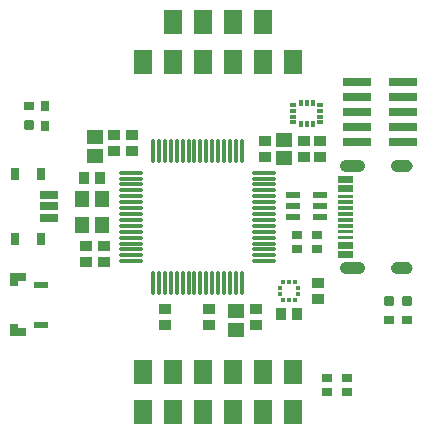
<source format=gtp>
%TF.GenerationSoftware,Altium Limited,Altium Designer,25.6.2 (33)*%
G04 Layer_Color=8421504*
%FSLAX45Y45*%
%MOMM*%
%TF.SameCoordinates,DF3DBB3C-48A9-464C-9951-F34C30E37C37*%
%TF.FilePolarity,Positive*%
%TF.FileFunction,Paste,Top*%
%TF.Part,Single*%
G01*
G75*
%TA.AperFunction,SMDPad,CuDef*%
%ADD10R,2.40000X0.76000*%
%ADD11R,0.60000X0.30000*%
%ADD12R,0.30000X0.60000*%
%ADD13R,1.50000X2.00000*%
%ADD15R,1.00000X0.90000*%
%ADD16R,0.90000X0.80000*%
G04:AMPARAMS|DCode=17|XSize=0.38mm|YSize=0.35mm|CornerRadius=0.01575mm|HoleSize=0mm|Usage=FLASHONLY|Rotation=270.000|XOffset=0mm|YOffset=0mm|HoleType=Round|Shape=RoundedRectangle|*
%AMROUNDEDRECTD17*
21,1,0.38000,0.31850,0,0,270.0*
21,1,0.34850,0.35000,0,0,270.0*
1,1,0.03150,-0.15925,-0.17425*
1,1,0.03150,-0.15925,0.17425*
1,1,0.03150,0.15925,0.17425*
1,1,0.03150,0.15925,-0.17425*
%
%ADD17ROUNDEDRECTD17*%
%ADD18R,1.20000X0.60000*%
%ADD19R,1.40000X1.30000*%
%ADD20R,0.90000X1.00000*%
%ADD21O,0.30000X2.10000*%
%ADD22O,2.10000X0.30000*%
%ADD23R,1.20000X1.40000*%
%ADD24R,0.80000X0.90000*%
%ADD25R,1.20000X0.60000*%
%TA.AperFunction,ConnectorPad*%
%ADD26R,1.50000X0.70000*%
%TA.AperFunction,SMDPad,CuDef*%
G04:AMPARAMS|DCode=27|XSize=0.8mm|YSize=0.9mm|CornerRadius=0.2mm|HoleSize=0mm|Usage=FLASHONLY|Rotation=270.000|XOffset=0mm|YOffset=0mm|HoleType=Round|Shape=RoundedRectangle|*
%AMROUNDEDRECTD27*
21,1,0.80000,0.50000,0,0,270.0*
21,1,0.40000,0.90000,0,0,270.0*
1,1,0.40000,-0.25000,-0.20000*
1,1,0.40000,-0.25000,0.20000*
1,1,0.40000,0.25000,0.20000*
1,1,0.40000,0.25000,-0.20000*
%
%ADD27ROUNDEDRECTD27*%
%ADD28R,0.90000X0.80000*%
%TA.AperFunction,ConnectorPad*%
%ADD29R,0.80000X1.00000*%
G36*
X5024095Y3356946D02*
X5026579Y3356763D01*
X5029053Y3356451D01*
X5031509Y3356017D01*
X5033940Y3355463D01*
X5036338Y3354787D01*
X5038702Y3353995D01*
X5041021Y3353085D01*
X5043295Y3352059D01*
X5045515Y3350924D01*
X5047669Y3349672D01*
X5049769Y3348323D01*
X5051791Y3346868D01*
X5053739Y3345316D01*
X5055606Y3343660D01*
X5057394Y3341925D01*
X5059088Y3340096D01*
X5060689Y3338183D01*
X5062197Y3336194D01*
X5063602Y3334135D01*
X5064902Y3332014D01*
X5066091Y3329822D01*
X5067176Y3327576D01*
X5068141Y3325278D01*
X5068997Y3322931D01*
X5069728Y3320548D01*
X5070346Y3318138D01*
X5070841Y3315694D01*
X5071212Y3313228D01*
X5071458Y3310749D01*
X5071585Y3308254D01*
Y3305765D01*
X5071458Y3303276D01*
X5071212Y3300795D01*
X5070841Y3298331D01*
X5070346Y3295887D01*
X5069728Y3293469D01*
X5068997Y3291089D01*
X5068141Y3288742D01*
X5067176Y3286446D01*
X5066091Y3284196D01*
X5064902Y3282014D01*
X5063602Y3279885D01*
X5062197Y3277823D01*
X5060689Y3275836D01*
X5059088Y3273924D01*
X5057394Y3272100D01*
X5055606Y3270360D01*
X5053739Y3268704D01*
X5051791Y3267155D01*
X5049769Y3265694D01*
X5047669Y3264346D01*
X5045515Y3263101D01*
X5043295Y3261960D01*
X5041021Y3260939D01*
X5038702Y3260028D01*
X5036338Y3259230D01*
X5033940Y3258557D01*
X5031509Y3258003D01*
X5029053Y3257569D01*
X5026579Y3257261D01*
X5024095Y3257071D01*
X5021601Y3257013D01*
X4941598D01*
X4939106Y3257071D01*
X4936622Y3257261D01*
X4934146Y3257569D01*
X4931690Y3258003D01*
X4929261Y3258557D01*
X4926864Y3259230D01*
X4924499Y3260028D01*
X4922177Y3260939D01*
X4919904Y3261960D01*
X4917687Y3263101D01*
X4915525Y3264346D01*
X4913432Y3265694D01*
X4911408Y3267155D01*
X4909460Y3268704D01*
X4907588Y3270360D01*
X4905805Y3272100D01*
X4904113Y3273924D01*
X4902505Y3275836D01*
X4901001Y3277823D01*
X4899597Y3279885D01*
X4898296Y3282014D01*
X4897102Y3284196D01*
X4896023Y3286446D01*
X4895053Y3288742D01*
X4894202Y3291089D01*
X4893465Y3293469D01*
X4892853Y3295887D01*
X4892358Y3298331D01*
X4891989Y3300795D01*
X4891735Y3303276D01*
X4891614Y3305765D01*
Y3308254D01*
X4891735Y3310749D01*
X4891989Y3313228D01*
X4892358Y3315694D01*
X4892853Y3318138D01*
X4893465Y3320548D01*
X4894202Y3322931D01*
X4895053Y3325278D01*
X4896023Y3327576D01*
X4897102Y3329822D01*
X4898296Y3332014D01*
X4899597Y3334135D01*
X4901001Y3336194D01*
X4902505Y3338183D01*
X4904113Y3340096D01*
X4905805Y3341925D01*
X4907588Y3343660D01*
X4909460Y3345316D01*
X4911408Y3346868D01*
X4913432Y3348323D01*
X4915525Y3349672D01*
X4917687Y3350924D01*
X4919904Y3352059D01*
X4922177Y3353085D01*
X4924499Y3353995D01*
X4926864Y3354787D01*
X4929261Y3355463D01*
X4931690Y3356017D01*
X4934146Y3356451D01*
X4936622Y3356763D01*
X4939106Y3356946D01*
X4941598Y3357010D01*
X5021601D01*
X5024095Y3356946D01*
D02*
G37*
G36*
X4621083D02*
X4623572Y3356763D01*
X4626049Y3356451D01*
X4628500Y3356017D01*
X4630928Y3355463D01*
X4633331Y3354787D01*
X4635696Y3353995D01*
X4638015Y3353085D01*
X4640291Y3352059D01*
X4642503Y3350924D01*
X4644662Y3349672D01*
X4646758Y3348323D01*
X4648784Y3346868D01*
X4650735Y3345316D01*
X4652600Y3343660D01*
X4654390Y3341925D01*
X4656082Y3340096D01*
X4657682Y3338183D01*
X4659188Y3336194D01*
X4660593Y3334135D01*
X4661896Y3332014D01*
X4663087Y3329822D01*
X4664172Y3327576D01*
X4665137Y3325278D01*
X4665990Y3322931D01*
X4666724Y3320548D01*
X4667342Y3318138D01*
X4667834Y3315694D01*
X4668205Y3313228D01*
X4668452Y3310749D01*
X4668576Y3308254D01*
Y3305765D01*
X4668452Y3303276D01*
X4668205Y3300795D01*
X4667834Y3298331D01*
X4667342Y3295887D01*
X4666724Y3293469D01*
X4665990Y3291089D01*
X4665137Y3288742D01*
X4664172Y3286446D01*
X4663087Y3284196D01*
X4661896Y3282014D01*
X4660593Y3279885D01*
X4659188Y3277823D01*
X4657682Y3275836D01*
X4656082Y3273924D01*
X4654390Y3272100D01*
X4652600Y3270360D01*
X4650735Y3268704D01*
X4648784Y3267155D01*
X4646758Y3265694D01*
X4644662Y3264346D01*
X4642503Y3263101D01*
X4640291Y3261960D01*
X4638015Y3260939D01*
X4635696Y3260028D01*
X4633331Y3259230D01*
X4630928Y3258557D01*
X4628500Y3258003D01*
X4626049Y3257569D01*
X4623572Y3257261D01*
X4621083Y3257071D01*
X4618594Y3257013D01*
X4508592D01*
X4506097Y3257071D01*
X4503613Y3257261D01*
X4501139Y3257569D01*
X4498681Y3258003D01*
X4496252Y3258557D01*
X4493855Y3259230D01*
X4491490Y3260028D01*
X4489171Y3260939D01*
X4486898Y3261960D01*
X4484678Y3263101D01*
X4482519Y3264346D01*
X4480423Y3265694D01*
X4478401Y3267155D01*
X4476453Y3268704D01*
X4474581Y3270360D01*
X4472798Y3272100D01*
X4471104Y3273924D01*
X4469504Y3275836D01*
X4467992Y3277823D01*
X4466588Y3279885D01*
X4465290Y3282014D01*
X4464101Y3284196D01*
X4463016Y3286446D01*
X4462051Y3288742D01*
X4461195Y3291089D01*
X4460464Y3293469D01*
X4459844Y3295887D01*
X4459351Y3298331D01*
X4458980Y3300795D01*
X4458729Y3303276D01*
X4458604Y3305765D01*
Y3308254D01*
X4458729Y3310749D01*
X4458980Y3313228D01*
X4459351Y3315694D01*
X4459844Y3318138D01*
X4460464Y3320548D01*
X4461195Y3322931D01*
X4462051Y3325278D01*
X4463016Y3327576D01*
X4464101Y3329822D01*
X4465290Y3332014D01*
X4466588Y3334135D01*
X4467992Y3336194D01*
X4469504Y3338183D01*
X4471104Y3340096D01*
X4472798Y3341925D01*
X4474581Y3343660D01*
X4476453Y3345316D01*
X4478401Y3346868D01*
X4480423Y3348323D01*
X4482519Y3349672D01*
X4484678Y3350924D01*
X4486898Y3352059D01*
X4489171Y3353085D01*
X4491490Y3353995D01*
X4493855Y3354787D01*
X4496252Y3355463D01*
X4498681Y3356017D01*
X4501139Y3356451D01*
X4503613Y3356763D01*
X4506097Y3356946D01*
X4508592Y3357010D01*
X4618594D01*
X4621083Y3356946D01*
D02*
G37*
G36*
X4563613Y3165011D02*
X4439610D01*
Y3225011D01*
X4563613D01*
Y3165011D01*
D02*
G37*
G36*
Y3085009D02*
X4439610D01*
Y3145011D01*
X4563613D01*
Y3085009D01*
D02*
G37*
G36*
Y3035009D02*
X4439610D01*
Y3065009D01*
X4563613D01*
Y3035009D01*
D02*
G37*
G36*
Y2985009D02*
X4439610D01*
Y3015009D01*
X4563613D01*
Y2985009D01*
D02*
G37*
G36*
Y2935009D02*
X4439610D01*
Y2965009D01*
X4563613D01*
Y2935009D01*
D02*
G37*
G36*
Y2885017D02*
X4439610D01*
Y2915012D01*
X4563613D01*
Y2885017D01*
D02*
G37*
G36*
Y2835017D02*
X4439610D01*
Y2865017D01*
X4563613D01*
Y2835017D01*
D02*
G37*
G36*
Y2785012D02*
X4439610D01*
Y2815017D01*
X4563613D01*
Y2785012D01*
D02*
G37*
G36*
Y2735012D02*
X4439610D01*
Y2765015D01*
X4563613D01*
Y2735012D01*
D02*
G37*
G36*
Y2685012D02*
X4439610D01*
Y2715015D01*
X4563613D01*
Y2685012D01*
D02*
G37*
G36*
Y2605010D02*
X4439610D01*
Y2665015D01*
X4563613D01*
Y2605010D01*
D02*
G37*
G36*
Y2525010D02*
X4439610D01*
Y2585010D01*
X4563613D01*
Y2525010D01*
D02*
G37*
G36*
X5024095Y2492942D02*
X5026579Y2492757D01*
X5029053Y2492445D01*
X5031509Y2492010D01*
X5033940Y2491457D01*
X5036338Y2490783D01*
X5038702Y2489988D01*
X5041021Y2489077D01*
X5043295Y2488053D01*
X5045515Y2486915D01*
X5047669Y2485670D01*
X5049769Y2484319D01*
X5051791Y2482861D01*
X5053739Y2481304D01*
X5055606Y2479653D01*
X5057394Y2477916D01*
X5059088Y2476090D01*
X5060689Y2474177D01*
X5062197Y2472191D01*
X5063602Y2470128D01*
X5064902Y2468005D01*
X5066091Y2465818D01*
X5067176Y2463567D01*
X5068141Y2461271D01*
X5068997Y2458924D01*
X5069728Y2456544D01*
X5070346Y2454129D01*
X5070841Y2451688D01*
X5071212Y2449224D01*
X5071458Y2446742D01*
X5071585Y2444248D01*
Y2441754D01*
X5071458Y2439267D01*
X5071212Y2436786D01*
X5070841Y2434319D01*
X5070346Y2431878D01*
X5069728Y2429465D01*
X5068997Y2427078D01*
X5068141Y2424736D01*
X5067176Y2422442D01*
X5066091Y2420194D01*
X5064902Y2418007D01*
X5063602Y2415879D01*
X5062197Y2413819D01*
X5060689Y2411830D01*
X5059088Y2409917D01*
X5057394Y2408091D01*
X5055606Y2406354D01*
X5053739Y2404698D01*
X5051791Y2403146D01*
X5049769Y2401693D01*
X5047669Y2400342D01*
X5045515Y2399095D01*
X5043295Y2397954D01*
X5041021Y2396930D01*
X5038702Y2396019D01*
X5036338Y2395229D01*
X5033940Y2394550D01*
X5031509Y2393992D01*
X5029053Y2393562D01*
X5026579Y2393253D01*
X5024095Y2393067D01*
X5021601Y2393004D01*
X4941598D01*
X4939106Y2393067D01*
X4936622Y2393253D01*
X4934146Y2393562D01*
X4931690Y2393992D01*
X4929261Y2394550D01*
X4926864Y2395229D01*
X4924499Y2396019D01*
X4922177Y2396930D01*
X4919904Y2397954D01*
X4917687Y2399095D01*
X4915525Y2400342D01*
X4913432Y2401693D01*
X4911408Y2403146D01*
X4909460Y2404698D01*
X4907588Y2406354D01*
X4905805Y2408091D01*
X4904113Y2409917D01*
X4902505Y2411830D01*
X4901001Y2413819D01*
X4899597Y2415879D01*
X4898296Y2418007D01*
X4897102Y2420194D01*
X4896023Y2422442D01*
X4895053Y2424736D01*
X4894202Y2427078D01*
X4893465Y2429465D01*
X4892853Y2431878D01*
X4892358Y2434319D01*
X4891989Y2436786D01*
X4891735Y2439267D01*
X4891614Y2441754D01*
Y2444248D01*
X4891735Y2446742D01*
X4891989Y2449224D01*
X4892358Y2451688D01*
X4892853Y2454129D01*
X4893465Y2456544D01*
X4894202Y2458924D01*
X4895053Y2461271D01*
X4896023Y2463567D01*
X4897102Y2465818D01*
X4898296Y2468005D01*
X4899597Y2470128D01*
X4901001Y2472191D01*
X4902505Y2474177D01*
X4904113Y2476090D01*
X4905805Y2477916D01*
X4907588Y2479653D01*
X4909460Y2481304D01*
X4911408Y2482861D01*
X4913432Y2484319D01*
X4915525Y2485670D01*
X4917687Y2486915D01*
X4919904Y2488053D01*
X4922177Y2489077D01*
X4924499Y2489988D01*
X4926864Y2490783D01*
X4929261Y2491457D01*
X4931690Y2492010D01*
X4934146Y2492445D01*
X4936622Y2492757D01*
X4939106Y2492942D01*
X4941598Y2493003D01*
X5021601D01*
X5024095Y2492942D01*
D02*
G37*
G36*
X4621083D02*
X4623572Y2492757D01*
X4626049Y2492445D01*
X4628500Y2492010D01*
X4630928Y2491457D01*
X4633331Y2490783D01*
X4635696Y2489988D01*
X4638015Y2489077D01*
X4640291Y2488053D01*
X4642503Y2486915D01*
X4644662Y2485670D01*
X4646758Y2484319D01*
X4648784Y2482861D01*
X4650735Y2481304D01*
X4652600Y2479653D01*
X4654390Y2477916D01*
X4656082Y2476090D01*
X4657682Y2474177D01*
X4659188Y2472191D01*
X4660593Y2470128D01*
X4661896Y2468005D01*
X4663087Y2465818D01*
X4664172Y2463567D01*
X4665137Y2461271D01*
X4665990Y2458924D01*
X4666724Y2456544D01*
X4667342Y2454129D01*
X4667834Y2451688D01*
X4668205Y2449224D01*
X4668452Y2446742D01*
X4668576Y2444248D01*
Y2441754D01*
X4668452Y2439267D01*
X4668205Y2436786D01*
X4667834Y2434319D01*
X4667342Y2431878D01*
X4666724Y2429465D01*
X4665990Y2427078D01*
X4665137Y2424736D01*
X4664172Y2422442D01*
X4663087Y2420194D01*
X4661896Y2418007D01*
X4660593Y2415879D01*
X4659188Y2413819D01*
X4657682Y2411830D01*
X4656082Y2409917D01*
X4654390Y2408091D01*
X4652600Y2406354D01*
X4650735Y2404698D01*
X4648784Y2403146D01*
X4646758Y2401693D01*
X4644662Y2400342D01*
X4642503Y2399095D01*
X4640291Y2397954D01*
X4638015Y2396930D01*
X4635696Y2396019D01*
X4633331Y2395229D01*
X4630928Y2394550D01*
X4628500Y2393992D01*
X4626049Y2393562D01*
X4623572Y2393253D01*
X4621083Y2393067D01*
X4618594Y2393004D01*
X4508592D01*
X4506097Y2393067D01*
X4503613Y2393253D01*
X4501139Y2393562D01*
X4498681Y2393992D01*
X4496252Y2394550D01*
X4493855Y2395229D01*
X4491490Y2396019D01*
X4489171Y2396930D01*
X4486898Y2397954D01*
X4484678Y2399095D01*
X4482519Y2400342D01*
X4480423Y2401693D01*
X4478401Y2403146D01*
X4476453Y2404698D01*
X4474581Y2406354D01*
X4472798Y2408091D01*
X4471104Y2409917D01*
X4469504Y2411830D01*
X4467992Y2413819D01*
X4466588Y2415879D01*
X4465290Y2418007D01*
X4464101Y2420194D01*
X4463016Y2422442D01*
X4462051Y2424736D01*
X4461195Y2427078D01*
X4460464Y2429465D01*
X4459844Y2431878D01*
X4459351Y2434319D01*
X4458980Y2436786D01*
X4458729Y2439267D01*
X4458604Y2441754D01*
Y2444248D01*
X4458729Y2446742D01*
X4458980Y2449224D01*
X4459351Y2451688D01*
X4459844Y2454129D01*
X4460464Y2456544D01*
X4461195Y2458924D01*
X4462051Y2461271D01*
X4463016Y2463567D01*
X4464101Y2465818D01*
X4465290Y2468005D01*
X4466588Y2470128D01*
X4467992Y2472191D01*
X4469504Y2474177D01*
X4471104Y2476090D01*
X4472798Y2477916D01*
X4474581Y2479653D01*
X4476453Y2481304D01*
X4478401Y2482861D01*
X4480423Y2484319D01*
X4482519Y2485670D01*
X4484678Y2486915D01*
X4486898Y2488053D01*
X4489171Y2489077D01*
X4491490Y2489988D01*
X4493855Y2490783D01*
X4496252Y2491457D01*
X4498681Y2492010D01*
X4501139Y2492445D01*
X4503613Y2492757D01*
X4506097Y2492942D01*
X4508592Y2493003D01*
X4618594D01*
X4621083Y2492942D01*
D02*
G37*
G36*
X1795003Y2332080D02*
X1730002D01*
Y2292080D01*
X1665000Y2292078D01*
Y2397076D01*
X1795003D01*
Y2332080D01*
D02*
G37*
G36*
X1730002Y1932096D02*
X1795003D01*
Y1867100D01*
X1665000D01*
Y1972099D01*
X1729999D01*
X1730002Y1932096D01*
D02*
G37*
D10*
X4600790Y3893028D02*
D03*
Y3766028D02*
D03*
Y3639028D02*
D03*
Y3512028D02*
D03*
X4990791D02*
D03*
Y4020028D02*
D03*
Y3893028D02*
D03*
Y3766028D02*
D03*
Y3639028D02*
D03*
X4600790Y4020028D02*
D03*
D11*
X4292297Y3825001D02*
D03*
Y3774999D02*
D03*
X4062295D02*
D03*
Y3725001D02*
D03*
X4292297D02*
D03*
X4062295Y3674999D02*
D03*
Y3825001D02*
D03*
X4292297Y3674999D02*
D03*
D12*
X4227298Y3659998D02*
D03*
X4177296D02*
D03*
X4227298Y3840002D02*
D03*
X4177296D02*
D03*
X4127299D02*
D03*
Y3659998D02*
D03*
D13*
X4060000Y4190020D02*
D03*
X3806000Y4524973D02*
D03*
X2790000Y1224978D02*
D03*
Y1559983D02*
D03*
X3298000Y1224978D02*
D03*
X4060000Y1559983D02*
D03*
X3806000D02*
D03*
X3552000D02*
D03*
X3298000D02*
D03*
X3044000D02*
D03*
X3552000Y4524973D02*
D03*
X3806000Y4190020D02*
D03*
X3044000Y1224978D02*
D03*
X4060000D02*
D03*
X3806000D02*
D03*
X3552000D02*
D03*
X3298000Y4524973D02*
D03*
X3044000D02*
D03*
X3552000Y4190020D02*
D03*
X3298000D02*
D03*
X3044000D02*
D03*
X2790000D02*
D03*
D15*
X4290000Y3382502D02*
D03*
X4150000D02*
D03*
X4275000Y2317497D02*
D03*
X3825000Y3517498D02*
D03*
X3750000Y1962505D02*
D03*
X2700000Y3567498D02*
D03*
X2547499D02*
D03*
X2457806Y2497502D02*
D03*
X2306027D02*
D03*
X3350000Y1962502D02*
D03*
X2975000Y1962505D02*
D03*
X4290000Y3517498D02*
D03*
X4150000D02*
D03*
X2700000Y3432502D02*
D03*
X2547499D02*
D03*
X2457806Y2632498D02*
D03*
X3825000Y3382502D02*
D03*
X2975000Y2097501D02*
D03*
X2306027Y2632503D02*
D03*
X4275000Y2182501D02*
D03*
X3750000Y2097501D02*
D03*
X3350000Y2097502D02*
D03*
D16*
X4262296Y2599990D02*
D03*
X4515000Y1389800D02*
D03*
X4345000D02*
D03*
X4515000Y1510200D02*
D03*
X4345000D02*
D03*
X4092296Y2599990D02*
D03*
X4262296Y2724990D02*
D03*
X4092296D02*
D03*
D17*
X4076502Y2326498D02*
D03*
X4026500Y2173499D02*
D03*
X3976503D02*
D03*
X4103000Y2274997D02*
D03*
X4026500Y2326498D02*
D03*
X3976503D02*
D03*
X3950000Y2274997D02*
D03*
Y2225000D02*
D03*
X4076502Y2173499D02*
D03*
X4103000Y2225000D02*
D03*
D18*
X4062295Y2969764D02*
D03*
X4292297Y2874763D02*
D03*
Y3064766D02*
D03*
X4062295Y2874763D02*
D03*
Y3064766D02*
D03*
X4292297Y2969764D02*
D03*
D19*
X3985000Y3530000D02*
D03*
X3575000Y1920000D02*
D03*
X2385000Y3549998D02*
D03*
Y3389999D02*
D03*
X3575000Y2080000D02*
D03*
X3985000Y3370000D02*
D03*
D20*
X3958997Y2052502D02*
D03*
X2427499Y3203951D02*
D03*
X2292498D02*
D03*
X4093998Y2052502D02*
D03*
D21*
X2925001Y3434999D02*
D03*
X3425005Y2315001D02*
D03*
X2925001D02*
D03*
X3025001Y3434999D02*
D03*
X2975004D02*
D03*
X3475003D02*
D03*
X3275003D02*
D03*
X3025001Y2315001D02*
D03*
X3125001D02*
D03*
X3175003D02*
D03*
X3075004D02*
D03*
X3525005D02*
D03*
X3475003D02*
D03*
X3225001Y3434999D02*
D03*
X3525005D02*
D03*
X3575003D02*
D03*
X3125001D02*
D03*
X3325000D02*
D03*
X3625005D02*
D03*
X3325000Y2315001D02*
D03*
X3275003D02*
D03*
X3225001D02*
D03*
X2875004D02*
D03*
X3375003D02*
D03*
X3075004Y3434999D02*
D03*
X3175003D02*
D03*
X3375003D02*
D03*
X3425005D02*
D03*
X3625005Y2315001D02*
D03*
X2975004D02*
D03*
X2875004Y3434999D02*
D03*
X3575003Y2315001D02*
D03*
D22*
X2690000Y2699999D02*
D03*
Y2550002D02*
D03*
Y2599999D02*
D03*
X3810003Y3050001D02*
D03*
Y3099998D02*
D03*
X2690000Y3199998D02*
D03*
X3810003Y2699999D02*
D03*
Y2750002D02*
D03*
Y2999999D02*
D03*
Y2799999D02*
D03*
Y3199998D02*
D03*
Y3150001D02*
D03*
Y2950001D02*
D03*
Y2899999D02*
D03*
X2690000Y2500000D02*
D03*
Y2799999D02*
D03*
Y2850001D02*
D03*
Y2899999D02*
D03*
Y3099998D02*
D03*
Y3150001D02*
D03*
Y2950001D02*
D03*
X3810003Y2550002D02*
D03*
Y2650002D02*
D03*
Y2500000D02*
D03*
Y2599999D02*
D03*
X2690000Y3050001D02*
D03*
Y2999999D02*
D03*
X3810003Y2850001D02*
D03*
X2690000Y2750002D02*
D03*
Y2650002D02*
D03*
Y3250001D02*
D03*
X3810003D02*
D03*
D23*
X2445002Y3025000D02*
D03*
X2275000Y2804985D02*
D03*
Y3025000D02*
D03*
X2445002Y2804985D02*
D03*
D24*
X1960200Y3647387D02*
D03*
Y3817384D02*
D03*
D25*
X1925000Y1962073D02*
D03*
Y2302073D02*
D03*
D26*
X1995009Y3064766D02*
D03*
Y2964766D02*
D03*
Y2864766D02*
D03*
D27*
X5027701Y2165299D02*
D03*
X4872299Y2165302D02*
D03*
X1822299Y3651105D02*
D03*
D28*
X4872299Y2000303D02*
D03*
X1822299Y3816104D02*
D03*
X5027701Y2000301D02*
D03*
D29*
X1704992Y2689760D02*
D03*
Y3239772D02*
D03*
X1925007Y2689760D02*
D03*
Y3239772D02*
D03*
%TF.MD5,251044f7895cad54adf935d9744110bc*%
M02*

</source>
